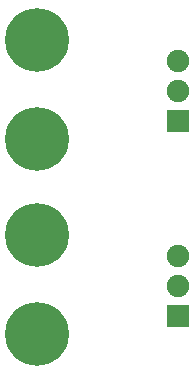
<source format=gbs>
%FSLAX45Y45*%
G04 Gerber Fmt 4.5, Leading zero omitted, Abs format (unit mm)*
G04 Created by KiCad (PCBNEW (2014-07-12 BZR 4289 GOST-COMMITTERS)-product) date 15.03.2017 23:13:34*
%MOMM*%
G01*
G04 APERTURE LIST*
%ADD10C,0.150000*%
%ADD11C,5.400000*%
%ADD12C,1.900000*%
%ADD13R,1.900000X1.900000*%
G04 APERTURE END LIST*
D10*
D11*
X10820400Y-8637000D03*
X10820400Y-9475200D03*
D12*
X12014200Y-8814800D03*
D13*
X12014200Y-9322800D03*
D12*
X12014200Y-9068800D03*
X12014200Y-10464800D03*
D13*
X12014200Y-10972800D03*
D12*
X12014200Y-10718800D03*
D11*
X10820400Y-11125200D03*
X10820400Y-10287000D03*
M02*

</source>
